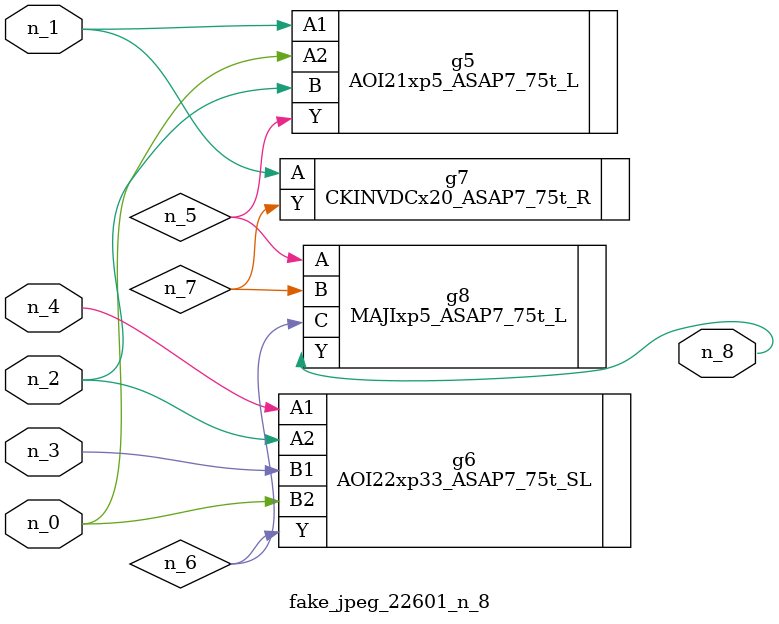
<source format=v>
module fake_jpeg_22601_n_8 (n_3, n_2, n_1, n_0, n_4, n_8);

input n_3;
input n_2;
input n_1;
input n_0;
input n_4;

output n_8;

wire n_6;
wire n_5;
wire n_7;

AOI21xp5_ASAP7_75t_L g5 ( 
.A1(n_1),
.A2(n_0),
.B(n_2),
.Y(n_5)
);

AOI22xp33_ASAP7_75t_SL g6 ( 
.A1(n_4),
.A2(n_2),
.B1(n_3),
.B2(n_0),
.Y(n_6)
);

CKINVDCx20_ASAP7_75t_R g7 ( 
.A(n_1),
.Y(n_7)
);

MAJIxp5_ASAP7_75t_L g8 ( 
.A(n_5),
.B(n_7),
.C(n_6),
.Y(n_8)
);


endmodule
</source>
